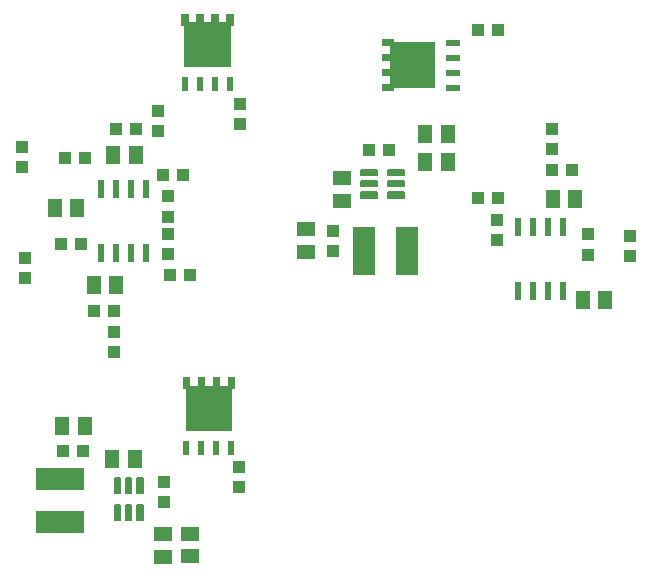
<source format=gbr>
G04 EAGLE Gerber RS-274X export*
G75*
%MOMM*%
%FSLAX34Y34*%
%LPD*%
%INSolderpaste Top*%
%IPPOS*%
%AMOC8*
5,1,8,0,0,1.08239X$1,22.5*%
G01*
%ADD10R,1.300000X1.500000*%
%ADD11R,1.500000X1.300000*%
%ADD12R,1.850000X4.100000*%
%ADD13R,4.100000X1.850000*%
%ADD14R,1.100000X1.000000*%
%ADD15R,1.000000X1.100000*%
%ADD16R,0.600000X1.550000*%
%ADD17C,0.147500*%
%ADD18R,1.270000X0.610000*%
%ADD19R,0.610000X1.270000*%

G36*
X586688Y443238D02*
X586688Y443238D01*
X586687Y443238D01*
X586688Y443239D01*
X586688Y445774D01*
X621733Y445774D01*
X621738Y445778D01*
X621737Y445778D01*
X621738Y445779D01*
X621738Y484899D01*
X621733Y484904D01*
X621733Y484903D01*
X621733Y484904D01*
X586688Y484904D01*
X586688Y487439D01*
X586683Y487444D01*
X586683Y487443D01*
X586683Y487444D01*
X576523Y487444D01*
X576518Y487439D01*
X576518Y481339D01*
X576522Y481334D01*
X576523Y481334D01*
X583628Y481334D01*
X583628Y474744D01*
X576523Y474744D01*
X576518Y474739D01*
X576518Y468639D01*
X576522Y468634D01*
X576523Y468634D01*
X583628Y468634D01*
X583628Y462044D01*
X576523Y462044D01*
X576518Y462039D01*
X576518Y455939D01*
X576522Y455934D01*
X576523Y455934D01*
X583628Y455934D01*
X583628Y449344D01*
X576523Y449344D01*
X576518Y449339D01*
X576518Y443239D01*
X576522Y443234D01*
X576523Y443234D01*
X586683Y443234D01*
X586688Y443238D01*
G37*
G36*
X448309Y463812D02*
X448309Y463812D01*
X448309Y463813D01*
X448309Y498858D01*
X450844Y498858D01*
X450849Y498862D01*
X450849Y498863D01*
X450849Y509023D01*
X450845Y509028D01*
X450844Y509028D01*
X444744Y509028D01*
X444739Y509024D01*
X444739Y509023D01*
X444739Y501918D01*
X438149Y501918D01*
X438149Y509023D01*
X438145Y509028D01*
X438144Y509028D01*
X432044Y509028D01*
X432039Y509024D01*
X432039Y509023D01*
X432039Y501918D01*
X425449Y501918D01*
X425449Y509023D01*
X425445Y509028D01*
X425444Y509028D01*
X419344Y509028D01*
X419339Y509024D01*
X419339Y509023D01*
X419339Y501918D01*
X412749Y501918D01*
X412749Y509023D01*
X412745Y509028D01*
X412744Y509028D01*
X406644Y509028D01*
X406639Y509024D01*
X406639Y509023D01*
X406639Y498863D01*
X406643Y498858D01*
X406644Y498858D01*
X409179Y498858D01*
X409179Y463813D01*
X409183Y463808D01*
X409184Y463808D01*
X448304Y463808D01*
X448309Y463812D01*
G37*
G36*
X449534Y155935D02*
X449534Y155935D01*
X449533Y155935D01*
X449534Y155935D01*
X449534Y190981D01*
X452069Y190981D01*
X452074Y190985D01*
X452073Y190985D01*
X452074Y190985D01*
X452074Y201145D01*
X452069Y201150D01*
X445969Y201150D01*
X445964Y201146D01*
X445964Y201145D01*
X445964Y194040D01*
X439374Y194040D01*
X439374Y201145D01*
X439369Y201150D01*
X433269Y201150D01*
X433264Y201146D01*
X433264Y201145D01*
X433264Y194040D01*
X426674Y194040D01*
X426674Y201145D01*
X426669Y201150D01*
X420569Y201150D01*
X420564Y201146D01*
X420564Y201145D01*
X420564Y194040D01*
X413974Y194040D01*
X413974Y201145D01*
X413969Y201150D01*
X407869Y201150D01*
X407864Y201146D01*
X407864Y201145D01*
X407864Y190985D01*
X407868Y190981D01*
X407869Y190981D01*
X410404Y190981D01*
X410404Y155935D01*
X410408Y155931D01*
X410409Y155931D01*
X449529Y155931D01*
X449534Y155935D01*
G37*
D10*
X613097Y383672D03*
X632097Y383672D03*
X613097Y407181D03*
X632097Y407181D03*
D11*
X542948Y369576D03*
X542948Y350576D03*
X511764Y307533D03*
X511764Y326533D03*
D10*
X746393Y266591D03*
X765393Y266591D03*
X720891Y351798D03*
X739891Y351798D03*
X318508Y344472D03*
X299508Y344472D03*
X368141Y389730D03*
X349141Y389730D03*
X351369Y279510D03*
X332369Y279510D03*
D11*
X413991Y68828D03*
X413991Y49828D03*
X391448Y68432D03*
X391448Y49432D03*
D10*
X366998Y131881D03*
X347998Y131881D03*
X305654Y160378D03*
X324654Y160378D03*
D12*
X597857Y307964D03*
X561357Y307964D03*
D13*
X304304Y78902D03*
X304304Y115402D03*
D14*
X535192Y324870D03*
X535192Y307870D03*
D15*
X582559Y393319D03*
X565559Y393319D03*
X657615Y352899D03*
X674615Y352899D03*
X737417Y376586D03*
X720417Y376586D03*
D14*
X673881Y317054D03*
X673881Y334054D03*
X720113Y411600D03*
X720113Y394600D03*
X750767Y322138D03*
X750767Y305138D03*
X786657Y321022D03*
X786657Y304022D03*
X395027Y354303D03*
X395027Y337303D03*
X386466Y426563D03*
X386466Y409563D03*
D15*
X351091Y411360D03*
X368091Y411360D03*
X413760Y287672D03*
X396760Y287672D03*
X332962Y257626D03*
X349962Y257626D03*
D14*
X395364Y322560D03*
X395364Y305560D03*
X349532Y222543D03*
X349532Y239543D03*
D15*
X408268Y372863D03*
X391268Y372863D03*
X325080Y387112D03*
X308080Y387112D03*
X321884Y314303D03*
X304884Y314303D03*
D14*
X271749Y396446D03*
X271749Y379446D03*
X274673Y302223D03*
X274673Y285223D03*
D15*
X323242Y139174D03*
X306242Y139174D03*
D14*
X391824Y95597D03*
X391824Y112597D03*
D16*
X730010Y328242D03*
X717310Y328242D03*
X704610Y328242D03*
X691910Y328242D03*
X730010Y274242D03*
X717310Y274242D03*
X704610Y274242D03*
X691910Y274242D03*
X338661Y306453D03*
X351361Y306453D03*
X364061Y306453D03*
X376761Y306453D03*
X338661Y360453D03*
X351361Y360453D03*
X364061Y360453D03*
X376761Y360453D03*
D17*
X581999Y357697D02*
X595025Y357697D01*
X595025Y353271D01*
X581999Y353271D01*
X581999Y357697D01*
X581999Y354672D02*
X595025Y354672D01*
X595025Y356073D02*
X581999Y356073D01*
X581999Y357474D02*
X595025Y357474D01*
X595025Y367197D02*
X581999Y367197D01*
X595025Y367197D02*
X595025Y362771D01*
X581999Y362771D01*
X581999Y367197D01*
X581999Y364172D02*
X595025Y364172D01*
X595025Y365573D02*
X581999Y365573D01*
X581999Y366974D02*
X595025Y366974D01*
X595025Y376697D02*
X581999Y376697D01*
X595025Y376697D02*
X595025Y372271D01*
X581999Y372271D01*
X581999Y376697D01*
X581999Y373672D02*
X595025Y373672D01*
X595025Y375073D02*
X581999Y375073D01*
X581999Y376474D02*
X595025Y376474D01*
X571925Y376697D02*
X558899Y376697D01*
X571925Y376697D02*
X571925Y372271D01*
X558899Y372271D01*
X558899Y376697D01*
X558899Y373672D02*
X571925Y373672D01*
X571925Y375073D02*
X558899Y375073D01*
X558899Y376474D02*
X571925Y376474D01*
X571925Y367197D02*
X558899Y367197D01*
X571925Y367197D02*
X571925Y362771D01*
X558899Y362771D01*
X558899Y367197D01*
X558899Y364172D02*
X571925Y364172D01*
X571925Y365573D02*
X558899Y365573D01*
X558899Y366974D02*
X571925Y366974D01*
X571925Y357697D02*
X558899Y357697D01*
X571925Y357697D02*
X571925Y353271D01*
X558899Y353271D01*
X558899Y357697D01*
X558899Y354672D02*
X571925Y354672D01*
X571925Y356073D02*
X558899Y356073D01*
X558899Y357474D02*
X571925Y357474D01*
X354776Y93115D02*
X354776Y80089D01*
X350350Y80089D01*
X350350Y93115D01*
X354776Y93115D01*
X354776Y81490D02*
X350350Y81490D01*
X350350Y82891D02*
X354776Y82891D01*
X354776Y84292D02*
X350350Y84292D01*
X350350Y85693D02*
X354776Y85693D01*
X354776Y87094D02*
X350350Y87094D01*
X350350Y88495D02*
X354776Y88495D01*
X354776Y89896D02*
X350350Y89896D01*
X350350Y91297D02*
X354776Y91297D01*
X354776Y92698D02*
X350350Y92698D01*
X364276Y93115D02*
X364276Y80089D01*
X359850Y80089D01*
X359850Y93115D01*
X364276Y93115D01*
X364276Y81490D02*
X359850Y81490D01*
X359850Y82891D02*
X364276Y82891D01*
X364276Y84292D02*
X359850Y84292D01*
X359850Y85693D02*
X364276Y85693D01*
X364276Y87094D02*
X359850Y87094D01*
X359850Y88495D02*
X364276Y88495D01*
X364276Y89896D02*
X359850Y89896D01*
X359850Y91297D02*
X364276Y91297D01*
X364276Y92698D02*
X359850Y92698D01*
X373776Y93115D02*
X373776Y80089D01*
X369350Y80089D01*
X369350Y93115D01*
X373776Y93115D01*
X373776Y81490D02*
X369350Y81490D01*
X369350Y82891D02*
X373776Y82891D01*
X373776Y84292D02*
X369350Y84292D01*
X369350Y85693D02*
X373776Y85693D01*
X373776Y87094D02*
X369350Y87094D01*
X369350Y88495D02*
X373776Y88495D01*
X373776Y89896D02*
X369350Y89896D01*
X369350Y91297D02*
X373776Y91297D01*
X373776Y92698D02*
X369350Y92698D01*
X373776Y103189D02*
X373776Y116215D01*
X373776Y103189D02*
X369350Y103189D01*
X369350Y116215D01*
X373776Y116215D01*
X373776Y104590D02*
X369350Y104590D01*
X369350Y105991D02*
X373776Y105991D01*
X373776Y107392D02*
X369350Y107392D01*
X369350Y108793D02*
X373776Y108793D01*
X373776Y110194D02*
X369350Y110194D01*
X369350Y111595D02*
X373776Y111595D01*
X373776Y112996D02*
X369350Y112996D01*
X369350Y114397D02*
X373776Y114397D01*
X373776Y115798D02*
X369350Y115798D01*
X364276Y116215D02*
X364276Y103189D01*
X359850Y103189D01*
X359850Y116215D01*
X364276Y116215D01*
X364276Y104590D02*
X359850Y104590D01*
X359850Y105991D02*
X364276Y105991D01*
X364276Y107392D02*
X359850Y107392D01*
X359850Y108793D02*
X364276Y108793D01*
X364276Y110194D02*
X359850Y110194D01*
X359850Y111595D02*
X364276Y111595D01*
X364276Y112996D02*
X359850Y112996D01*
X359850Y114397D02*
X364276Y114397D01*
X364276Y115798D02*
X359850Y115798D01*
X354776Y116215D02*
X354776Y103189D01*
X350350Y103189D01*
X350350Y116215D01*
X354776Y116215D01*
X354776Y104590D02*
X350350Y104590D01*
X350350Y105991D02*
X354776Y105991D01*
X354776Y107392D02*
X350350Y107392D01*
X350350Y108793D02*
X354776Y108793D01*
X354776Y110194D02*
X350350Y110194D01*
X350350Y111595D02*
X354776Y111595D01*
X354776Y112996D02*
X350350Y112996D01*
X350350Y114397D02*
X354776Y114397D01*
X354776Y115798D02*
X350350Y115798D01*
D18*
X636243Y446289D03*
X636243Y458989D03*
X636243Y471689D03*
X636243Y484389D03*
D15*
X674756Y495255D03*
X657756Y495255D03*
D19*
X410919Y141425D03*
X423619Y141425D03*
X436319Y141425D03*
X449019Y141425D03*
D14*
X455824Y108100D03*
X455824Y125100D03*
D19*
X409694Y449303D03*
X422394Y449303D03*
X435094Y449303D03*
X447794Y449303D03*
D14*
X455972Y415678D03*
X455972Y432678D03*
M02*

</source>
